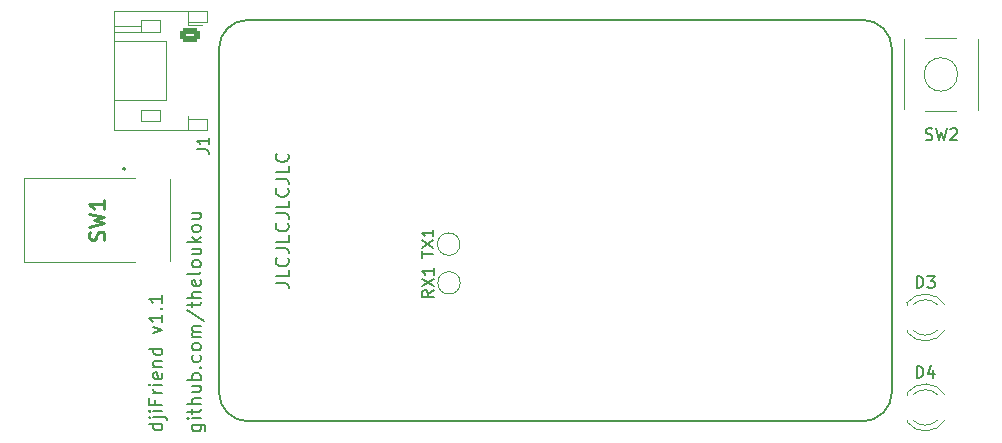
<source format=gto>
G04 #@! TF.GenerationSoftware,KiCad,Pcbnew,(6.0.0)*
G04 #@! TF.CreationDate,2022-10-17T15:31:20+03:00*
G04 #@! TF.ProjectId,djiFriend,646a6946-7269-4656-9e64-2e6b69636164,rev?*
G04 #@! TF.SameCoordinates,Original*
G04 #@! TF.FileFunction,Legend,Top*
G04 #@! TF.FilePolarity,Positive*
%FSLAX46Y46*%
G04 Gerber Fmt 4.6, Leading zero omitted, Abs format (unit mm)*
G04 Created by KiCad (PCBNEW (6.0.0)) date 2022-10-17 15:31:20*
%MOMM*%
%LPD*%
G01*
G04 APERTURE LIST*
G04 Aperture macros list*
%AMRoundRect*
0 Rectangle with rounded corners*
0 $1 Rounding radius*
0 $2 $3 $4 $5 $6 $7 $8 $9 X,Y pos of 4 corners*
0 Add a 4 corners polygon primitive as box body*
4,1,4,$2,$3,$4,$5,$6,$7,$8,$9,$2,$3,0*
0 Add four circle primitives for the rounded corners*
1,1,$1+$1,$2,$3*
1,1,$1+$1,$4,$5*
1,1,$1+$1,$6,$7*
1,1,$1+$1,$8,$9*
0 Add four rect primitives between the rounded corners*
20,1,$1+$1,$2,$3,$4,$5,0*
20,1,$1+$1,$4,$5,$6,$7,0*
20,1,$1+$1,$6,$7,$8,$9,0*
20,1,$1+$1,$8,$9,$2,$3,0*%
G04 Aperture macros list end*
%ADD10C,0.203200*%
%ADD11C,0.150000*%
%ADD12C,0.254000*%
%ADD13C,0.120000*%
%ADD14C,0.100000*%
%ADD15C,0.200000*%
%ADD16C,1.700000*%
%ADD17C,1.540000*%
%ADD18C,1.950000*%
%ADD19C,1.500000*%
%ADD20C,3.200000*%
%ADD21R,1.700000X1.700000*%
%ADD22R,1.800000X1.800000*%
%ADD23C,1.800000*%
%ADD24RoundRect,0.250000X-0.625000X0.350000X-0.625000X-0.350000X0.625000X-0.350000X0.625000X0.350000X0*%
%ADD25O,1.750000X1.200000*%
%ADD26R,1.350000X1.350000*%
%ADD27O,1.350000X1.350000*%
%ADD28O,0.950000X1.250000*%
%ADD29O,1.550000X0.890000*%
G04 APERTURE END LIST*
D10*
X73762871Y-83545771D02*
X74688157Y-83545771D01*
X74797014Y-83600200D01*
X74851442Y-83654628D01*
X74905871Y-83763485D01*
X74905871Y-83926771D01*
X74851442Y-84035628D01*
X74470442Y-83545771D02*
X74524871Y-83654628D01*
X74524871Y-83872342D01*
X74470442Y-83981200D01*
X74416014Y-84035628D01*
X74307157Y-84090057D01*
X73980585Y-84090057D01*
X73871728Y-84035628D01*
X73817300Y-83981200D01*
X73762871Y-83872342D01*
X73762871Y-83654628D01*
X73817300Y-83545771D01*
X74524871Y-83001485D02*
X73762871Y-83001485D01*
X73381871Y-83001485D02*
X73436300Y-83055914D01*
X73490728Y-83001485D01*
X73436300Y-82947057D01*
X73381871Y-83001485D01*
X73490728Y-83001485D01*
X73762871Y-82620485D02*
X73762871Y-82185057D01*
X73381871Y-82457200D02*
X74361585Y-82457200D01*
X74470442Y-82402771D01*
X74524871Y-82293914D01*
X74524871Y-82185057D01*
X74524871Y-81804057D02*
X73381871Y-81804057D01*
X74524871Y-81314200D02*
X73926157Y-81314200D01*
X73817300Y-81368628D01*
X73762871Y-81477485D01*
X73762871Y-81640771D01*
X73817300Y-81749628D01*
X73871728Y-81804057D01*
X73762871Y-80280057D02*
X74524871Y-80280057D01*
X73762871Y-80769914D02*
X74361585Y-80769914D01*
X74470442Y-80715485D01*
X74524871Y-80606628D01*
X74524871Y-80443342D01*
X74470442Y-80334485D01*
X74416014Y-80280057D01*
X74524871Y-79735771D02*
X73381871Y-79735771D01*
X73817300Y-79735771D02*
X73762871Y-79626914D01*
X73762871Y-79409200D01*
X73817300Y-79300342D01*
X73871728Y-79245914D01*
X73980585Y-79191485D01*
X74307157Y-79191485D01*
X74416014Y-79245914D01*
X74470442Y-79300342D01*
X74524871Y-79409200D01*
X74524871Y-79626914D01*
X74470442Y-79735771D01*
X74416014Y-78701628D02*
X74470442Y-78647200D01*
X74524871Y-78701628D01*
X74470442Y-78756057D01*
X74416014Y-78701628D01*
X74524871Y-78701628D01*
X74470442Y-77667485D02*
X74524871Y-77776342D01*
X74524871Y-77994057D01*
X74470442Y-78102914D01*
X74416014Y-78157342D01*
X74307157Y-78211771D01*
X73980585Y-78211771D01*
X73871728Y-78157342D01*
X73817300Y-78102914D01*
X73762871Y-77994057D01*
X73762871Y-77776342D01*
X73817300Y-77667485D01*
X74524871Y-77014342D02*
X74470442Y-77123200D01*
X74416014Y-77177628D01*
X74307157Y-77232057D01*
X73980585Y-77232057D01*
X73871728Y-77177628D01*
X73817300Y-77123200D01*
X73762871Y-77014342D01*
X73762871Y-76851057D01*
X73817300Y-76742200D01*
X73871728Y-76687771D01*
X73980585Y-76633342D01*
X74307157Y-76633342D01*
X74416014Y-76687771D01*
X74470442Y-76742200D01*
X74524871Y-76851057D01*
X74524871Y-77014342D01*
X74524871Y-76143485D02*
X73762871Y-76143485D01*
X73871728Y-76143485D02*
X73817300Y-76089057D01*
X73762871Y-75980200D01*
X73762871Y-75816914D01*
X73817300Y-75708057D01*
X73926157Y-75653628D01*
X74524871Y-75653628D01*
X73926157Y-75653628D02*
X73817300Y-75599200D01*
X73762871Y-75490342D01*
X73762871Y-75327057D01*
X73817300Y-75218200D01*
X73926157Y-75163771D01*
X74524871Y-75163771D01*
X73327442Y-73803057D02*
X74797014Y-74782771D01*
X73762871Y-73585342D02*
X73762871Y-73149914D01*
X73381871Y-73422057D02*
X74361585Y-73422057D01*
X74470442Y-73367628D01*
X74524871Y-73258771D01*
X74524871Y-73149914D01*
X74524871Y-72768914D02*
X73381871Y-72768914D01*
X74524871Y-72279057D02*
X73926157Y-72279057D01*
X73817300Y-72333485D01*
X73762871Y-72442342D01*
X73762871Y-72605628D01*
X73817300Y-72714485D01*
X73871728Y-72768914D01*
X74470442Y-71299342D02*
X74524871Y-71408200D01*
X74524871Y-71625914D01*
X74470442Y-71734771D01*
X74361585Y-71789200D01*
X73926157Y-71789200D01*
X73817300Y-71734771D01*
X73762871Y-71625914D01*
X73762871Y-71408200D01*
X73817300Y-71299342D01*
X73926157Y-71244914D01*
X74035014Y-71244914D01*
X74143871Y-71789200D01*
X74524871Y-70591771D02*
X74470442Y-70700628D01*
X74361585Y-70755057D01*
X73381871Y-70755057D01*
X74524871Y-69993057D02*
X74470442Y-70101914D01*
X74416014Y-70156342D01*
X74307157Y-70210771D01*
X73980585Y-70210771D01*
X73871728Y-70156342D01*
X73817300Y-70101914D01*
X73762871Y-69993057D01*
X73762871Y-69829771D01*
X73817300Y-69720914D01*
X73871728Y-69666485D01*
X73980585Y-69612057D01*
X74307157Y-69612057D01*
X74416014Y-69666485D01*
X74470442Y-69720914D01*
X74524871Y-69829771D01*
X74524871Y-69993057D01*
X73762871Y-68632342D02*
X74524871Y-68632342D01*
X73762871Y-69122200D02*
X74361585Y-69122200D01*
X74470442Y-69067771D01*
X74524871Y-68958914D01*
X74524871Y-68795628D01*
X74470442Y-68686771D01*
X74416014Y-68632342D01*
X74524871Y-68088057D02*
X73381871Y-68088057D01*
X74089442Y-67979200D02*
X74524871Y-67652628D01*
X73762871Y-67652628D02*
X74198300Y-68088057D01*
X74524871Y-66999485D02*
X74470442Y-67108342D01*
X74416014Y-67162771D01*
X74307157Y-67217200D01*
X73980585Y-67217200D01*
X73871728Y-67162771D01*
X73817300Y-67108342D01*
X73762871Y-66999485D01*
X73762871Y-66836200D01*
X73817300Y-66727342D01*
X73871728Y-66672914D01*
X73980585Y-66618485D01*
X74307157Y-66618485D01*
X74416014Y-66672914D01*
X74470442Y-66727342D01*
X74524871Y-66836200D01*
X74524871Y-66999485D01*
X73762871Y-65638771D02*
X74524871Y-65638771D01*
X73762871Y-66128628D02*
X74361585Y-66128628D01*
X74470442Y-66074200D01*
X74524871Y-65965342D01*
X74524871Y-65802057D01*
X74470442Y-65693200D01*
X74416014Y-65638771D01*
X80849471Y-71531571D02*
X81665900Y-71531571D01*
X81829185Y-71586000D01*
X81938042Y-71694857D01*
X81992471Y-71858142D01*
X81992471Y-71967000D01*
X81992471Y-70443000D02*
X81992471Y-70987285D01*
X80849471Y-70987285D01*
X81883614Y-69408857D02*
X81938042Y-69463285D01*
X81992471Y-69626571D01*
X81992471Y-69735428D01*
X81938042Y-69898714D01*
X81829185Y-70007571D01*
X81720328Y-70062000D01*
X81502614Y-70116428D01*
X81339328Y-70116428D01*
X81121614Y-70062000D01*
X81012757Y-70007571D01*
X80903900Y-69898714D01*
X80849471Y-69735428D01*
X80849471Y-69626571D01*
X80903900Y-69463285D01*
X80958328Y-69408857D01*
X80849471Y-68592428D02*
X81665900Y-68592428D01*
X81829185Y-68646857D01*
X81938042Y-68755714D01*
X81992471Y-68919000D01*
X81992471Y-69027857D01*
X81992471Y-67503857D02*
X81992471Y-68048142D01*
X80849471Y-68048142D01*
X81883614Y-66469714D02*
X81938042Y-66524142D01*
X81992471Y-66687428D01*
X81992471Y-66796285D01*
X81938042Y-66959571D01*
X81829185Y-67068428D01*
X81720328Y-67122857D01*
X81502614Y-67177285D01*
X81339328Y-67177285D01*
X81121614Y-67122857D01*
X81012757Y-67068428D01*
X80903900Y-66959571D01*
X80849471Y-66796285D01*
X80849471Y-66687428D01*
X80903900Y-66524142D01*
X80958328Y-66469714D01*
X80849471Y-65653285D02*
X81665900Y-65653285D01*
X81829185Y-65707714D01*
X81938042Y-65816571D01*
X81992471Y-65979857D01*
X81992471Y-66088714D01*
X81992471Y-64564714D02*
X81992471Y-65109000D01*
X80849471Y-65109000D01*
X81883614Y-63530571D02*
X81938042Y-63585000D01*
X81992471Y-63748285D01*
X81992471Y-63857142D01*
X81938042Y-64020428D01*
X81829185Y-64129285D01*
X81720328Y-64183714D01*
X81502614Y-64238142D01*
X81339328Y-64238142D01*
X81121614Y-64183714D01*
X81012757Y-64129285D01*
X80903900Y-64020428D01*
X80849471Y-63857142D01*
X80849471Y-63748285D01*
X80903900Y-63585000D01*
X80958328Y-63530571D01*
X80849471Y-62714142D02*
X81665900Y-62714142D01*
X81829185Y-62768571D01*
X81938042Y-62877428D01*
X81992471Y-63040714D01*
X81992471Y-63149571D01*
X81992471Y-61625571D02*
X81992471Y-62169857D01*
X80849471Y-62169857D01*
X81883614Y-60591428D02*
X81938042Y-60645857D01*
X81992471Y-60809142D01*
X81992471Y-60918000D01*
X81938042Y-61081285D01*
X81829185Y-61190142D01*
X81720328Y-61244571D01*
X81502614Y-61299000D01*
X81339328Y-61299000D01*
X81121614Y-61244571D01*
X81012757Y-61190142D01*
X80903900Y-61081285D01*
X80849471Y-60918000D01*
X80849471Y-60809142D01*
X80903900Y-60645857D01*
X80958328Y-60591428D01*
X71273673Y-83462302D02*
X70130673Y-83462302D01*
X71219244Y-83462302D02*
X71273673Y-83571159D01*
X71273673Y-83788873D01*
X71219244Y-83897730D01*
X71164816Y-83952159D01*
X71055959Y-84006588D01*
X70729387Y-84006588D01*
X70620530Y-83952159D01*
X70566102Y-83897730D01*
X70511673Y-83788873D01*
X70511673Y-83571159D01*
X70566102Y-83462302D01*
X70511673Y-82918016D02*
X71491387Y-82918016D01*
X71600244Y-82972445D01*
X71654673Y-83081302D01*
X71654673Y-83135730D01*
X70130673Y-82918016D02*
X70185102Y-82972445D01*
X70239530Y-82918016D01*
X70185102Y-82863588D01*
X70130673Y-82918016D01*
X70239530Y-82918016D01*
X71273673Y-82373730D02*
X70511673Y-82373730D01*
X70130673Y-82373730D02*
X70185102Y-82428159D01*
X70239530Y-82373730D01*
X70185102Y-82319302D01*
X70130673Y-82373730D01*
X70239530Y-82373730D01*
X70674959Y-81448445D02*
X70674959Y-81829445D01*
X71273673Y-81829445D02*
X70130673Y-81829445D01*
X70130673Y-81285159D01*
X71273673Y-80849730D02*
X70511673Y-80849730D01*
X70729387Y-80849730D02*
X70620530Y-80795302D01*
X70566102Y-80740873D01*
X70511673Y-80632016D01*
X70511673Y-80523159D01*
X71273673Y-80142159D02*
X70511673Y-80142159D01*
X70130673Y-80142159D02*
X70185102Y-80196588D01*
X70239530Y-80142159D01*
X70185102Y-80087730D01*
X70130673Y-80142159D01*
X70239530Y-80142159D01*
X71219244Y-79162445D02*
X71273673Y-79271302D01*
X71273673Y-79489016D01*
X71219244Y-79597873D01*
X71110387Y-79652302D01*
X70674959Y-79652302D01*
X70566102Y-79597873D01*
X70511673Y-79489016D01*
X70511673Y-79271302D01*
X70566102Y-79162445D01*
X70674959Y-79108016D01*
X70783816Y-79108016D01*
X70892673Y-79652302D01*
X70511673Y-78618159D02*
X71273673Y-78618159D01*
X70620530Y-78618159D02*
X70566102Y-78563730D01*
X70511673Y-78454873D01*
X70511673Y-78291588D01*
X70566102Y-78182730D01*
X70674959Y-78128302D01*
X71273673Y-78128302D01*
X71273673Y-77094159D02*
X70130673Y-77094159D01*
X71219244Y-77094159D02*
X71273673Y-77203016D01*
X71273673Y-77420730D01*
X71219244Y-77529588D01*
X71164816Y-77584016D01*
X71055959Y-77638445D01*
X70729387Y-77638445D01*
X70620530Y-77584016D01*
X70566102Y-77529588D01*
X70511673Y-77420730D01*
X70511673Y-77203016D01*
X70566102Y-77094159D01*
X70511673Y-75787873D02*
X71273673Y-75515730D01*
X70511673Y-75243588D01*
X71273673Y-74209445D02*
X71273673Y-74862588D01*
X71273673Y-74536016D02*
X70130673Y-74536016D01*
X70293959Y-74644873D01*
X70402816Y-74753730D01*
X70457244Y-74862588D01*
X71164816Y-73719588D02*
X71219244Y-73665159D01*
X71273673Y-73719588D01*
X71219244Y-73774016D01*
X71164816Y-73719588D01*
X71273673Y-73719588D01*
X71273673Y-72576588D02*
X71273673Y-73229730D01*
X71273673Y-72903159D02*
X70130673Y-72903159D01*
X70293959Y-73012016D01*
X70402816Y-73120873D01*
X70457244Y-73229730D01*
D11*
X135895066Y-59392361D02*
X136037923Y-59439980D01*
X136276019Y-59439980D01*
X136371257Y-59392361D01*
X136418876Y-59344742D01*
X136466495Y-59249504D01*
X136466495Y-59154266D01*
X136418876Y-59059028D01*
X136371257Y-59011409D01*
X136276019Y-58963790D01*
X136085542Y-58916171D01*
X135990304Y-58868552D01*
X135942685Y-58820933D01*
X135895066Y-58725695D01*
X135895066Y-58630457D01*
X135942685Y-58535219D01*
X135990304Y-58487600D01*
X136085542Y-58439980D01*
X136323638Y-58439980D01*
X136466495Y-58487600D01*
X136799828Y-58439980D02*
X137037923Y-59439980D01*
X137228400Y-58725695D01*
X137418876Y-59439980D01*
X137656971Y-58439980D01*
X137990304Y-58535219D02*
X138037923Y-58487600D01*
X138133161Y-58439980D01*
X138371257Y-58439980D01*
X138466495Y-58487600D01*
X138514114Y-58535219D01*
X138561733Y-58630457D01*
X138561733Y-58725695D01*
X138514114Y-58868552D01*
X137942685Y-59439980D01*
X138561733Y-59439980D01*
D12*
X66281247Y-67909333D02*
X66341723Y-67727904D01*
X66341723Y-67425523D01*
X66281247Y-67304571D01*
X66220771Y-67244095D01*
X66099819Y-67183619D01*
X65978866Y-67183619D01*
X65857914Y-67244095D01*
X65797438Y-67304571D01*
X65736961Y-67425523D01*
X65676485Y-67667428D01*
X65616009Y-67788380D01*
X65555533Y-67848857D01*
X65434580Y-67909333D01*
X65313628Y-67909333D01*
X65192676Y-67848857D01*
X65132200Y-67788380D01*
X65071723Y-67667428D01*
X65071723Y-67365047D01*
X65132200Y-67183619D01*
X65071723Y-66760285D02*
X66341723Y-66457904D01*
X65434580Y-66216000D01*
X66341723Y-65974095D01*
X65071723Y-65671714D01*
X66341723Y-64522666D02*
X66341723Y-65248380D01*
X66341723Y-64885523D02*
X65071723Y-64885523D01*
X65253152Y-65006476D01*
X65374104Y-65127428D01*
X65434580Y-65248380D01*
D11*
X93203780Y-69411695D02*
X93203780Y-68840266D01*
X94203780Y-69125980D02*
X93203780Y-69125980D01*
X93203780Y-68602171D02*
X94203780Y-67935504D01*
X93203780Y-67935504D02*
X94203780Y-68602171D01*
X94203780Y-67030742D02*
X94203780Y-67602171D01*
X94203780Y-67316457D02*
X93203780Y-67316457D01*
X93346638Y-67411695D01*
X93441876Y-67506933D01*
X93489495Y-67602171D01*
X94229180Y-72169257D02*
X93752990Y-72502590D01*
X94229180Y-72740685D02*
X93229180Y-72740685D01*
X93229180Y-72359733D01*
X93276800Y-72264495D01*
X93324419Y-72216876D01*
X93419657Y-72169257D01*
X93562514Y-72169257D01*
X93657752Y-72216876D01*
X93705371Y-72264495D01*
X93752990Y-72359733D01*
X93752990Y-72740685D01*
X93229180Y-71835923D02*
X94229180Y-71169257D01*
X93229180Y-71169257D02*
X94229180Y-71835923D01*
X94229180Y-70264495D02*
X94229180Y-70835923D01*
X94229180Y-70550209D02*
X93229180Y-70550209D01*
X93372038Y-70645447D01*
X93467276Y-70740685D01*
X93514895Y-70835923D01*
X135113704Y-71948580D02*
X135113704Y-70948580D01*
X135351800Y-70948580D01*
X135494657Y-70996200D01*
X135589895Y-71091438D01*
X135637514Y-71186676D01*
X135685133Y-71377152D01*
X135685133Y-71520009D01*
X135637514Y-71710485D01*
X135589895Y-71805723D01*
X135494657Y-71900961D01*
X135351800Y-71948580D01*
X135113704Y-71948580D01*
X136018466Y-70948580D02*
X136637514Y-70948580D01*
X136304180Y-71329533D01*
X136447038Y-71329533D01*
X136542276Y-71377152D01*
X136589895Y-71424771D01*
X136637514Y-71520009D01*
X136637514Y-71758104D01*
X136589895Y-71853342D01*
X136542276Y-71900961D01*
X136447038Y-71948580D01*
X136161323Y-71948580D01*
X136066085Y-71900961D01*
X136018466Y-71853342D01*
X135118704Y-79568580D02*
X135118704Y-78568580D01*
X135356800Y-78568580D01*
X135499657Y-78616200D01*
X135594895Y-78711438D01*
X135642514Y-78806676D01*
X135690133Y-78997152D01*
X135690133Y-79140009D01*
X135642514Y-79330485D01*
X135594895Y-79425723D01*
X135499657Y-79520961D01*
X135356800Y-79568580D01*
X135118704Y-79568580D01*
X136547276Y-78901914D02*
X136547276Y-79568580D01*
X136309180Y-78520961D02*
X136071085Y-79235247D01*
X136690133Y-79235247D01*
X74171380Y-60235333D02*
X74885666Y-60235333D01*
X75028523Y-60282952D01*
X75123761Y-60378190D01*
X75171380Y-60521047D01*
X75171380Y-60616285D01*
X75171380Y-59235333D02*
X75171380Y-59806761D01*
X75171380Y-59521047D02*
X74171380Y-59521047D01*
X74314238Y-59616285D01*
X74409476Y-59711523D01*
X74457095Y-59806761D01*
D13*
X138517600Y-57002200D02*
X135837600Y-57002200D01*
X134057600Y-56852200D02*
X134057600Y-50912200D01*
X135837600Y-50762200D02*
X138517600Y-50762200D01*
X140297600Y-56852200D02*
X140297600Y-50912200D01*
X138591814Y-53882200D02*
G75*
G03*
X138591814Y-53882200I-1414214J0D01*
G01*
D14*
X59587200Y-69771000D02*
X59587200Y-62661000D01*
D15*
X68137200Y-61866000D02*
X68137200Y-61866000D01*
D14*
X59587200Y-62661000D02*
X68937200Y-62661000D01*
X68937200Y-69771000D02*
X59587200Y-69771000D01*
D15*
X67937200Y-61866000D02*
X67937200Y-61866000D01*
D14*
X71947200Y-62711000D02*
X71947200Y-69716000D01*
D15*
X68137200Y-61866000D02*
G75*
G03*
X67937200Y-61866000I-100000J0D01*
G01*
X67937200Y-61866000D02*
G75*
G03*
X68137200Y-61866000I100000J0D01*
G01*
D13*
X96454000Y-68249800D02*
G75*
G03*
X96454000Y-68249800I-950000J0D01*
G01*
X96479400Y-71526400D02*
G75*
G03*
X96479400Y-71526400I-950000J0D01*
G01*
D15*
X76038800Y-80751800D02*
X76038800Y-51751800D01*
X78538800Y-49251800D02*
X130538800Y-49251800D01*
X133038800Y-80751800D02*
X133038800Y-51751800D01*
X78538800Y-83251800D02*
X130538800Y-83251800D01*
X78538800Y-49251800D02*
G75*
G03*
X76038800Y-51751800I0J-2500000D01*
G01*
X133038800Y-51751800D02*
G75*
G03*
X130538800Y-49251800I-2500000J0D01*
G01*
X76038800Y-80751800D02*
G75*
G03*
X78538800Y-83251800I2500000J0D01*
G01*
X130538800Y-83251800D02*
G75*
G03*
X133038800Y-80751800I0J2500000D01*
G01*
D13*
X134291800Y-75536200D02*
X134291800Y-75692200D01*
X134291800Y-73220200D02*
X134291800Y-73376200D01*
X134810839Y-75536200D02*
G75*
G03*
X136892930Y-75536037I1040961J1080000D01*
G01*
X134291800Y-75691716D02*
G75*
G03*
X137524135Y-75534808I1560000J1235517D01*
G01*
X136892930Y-73376363D02*
G75*
G03*
X134810839Y-73376200I-1041130J-1079837D01*
G01*
X137524135Y-73377592D02*
G75*
G03*
X134291800Y-73220684I-1672335J-1078609D01*
G01*
X134296800Y-83156200D02*
X134296800Y-83312200D01*
X134296800Y-80840200D02*
X134296800Y-80996200D01*
X134296800Y-83311716D02*
G75*
G03*
X137529135Y-83154808I1560000J1235517D01*
G01*
X136897930Y-80996363D02*
G75*
G03*
X134815839Y-80996200I-1041130J-1079837D01*
G01*
X137529135Y-80997592D02*
G75*
G03*
X134296800Y-80840684I-1672335J-1078609D01*
G01*
X134815839Y-83156200D02*
G75*
G03*
X136897930Y-83156037I1040961J1080000D01*
G01*
X73422200Y-58612000D02*
X73422200Y-57692000D01*
X73422200Y-48492000D02*
X73422200Y-49412000D01*
X67202200Y-51052000D02*
X71562200Y-51052000D01*
X75022200Y-49412000D02*
X75022200Y-48492000D01*
X71062200Y-57852000D02*
X69462200Y-57852000D01*
X73422200Y-49692000D02*
X74637200Y-49692000D01*
X73422200Y-49692000D02*
X73422200Y-49412000D01*
X75022200Y-58612000D02*
X75022200Y-57692000D01*
X75022200Y-57692000D02*
X73422200Y-57692000D01*
X69462200Y-49252000D02*
X69462200Y-50252000D01*
X69462200Y-56852000D02*
X71062200Y-56852000D01*
X73422200Y-49412000D02*
X75022200Y-49412000D01*
X73422200Y-57692000D02*
X73422200Y-57412000D01*
X71062200Y-56852000D02*
X71062200Y-57852000D01*
X69462200Y-57852000D02*
X69462200Y-56852000D01*
X69462200Y-49752000D02*
X67202200Y-49752000D01*
X71062200Y-50252000D02*
X71062200Y-49252000D01*
X67202200Y-58612000D02*
X75022200Y-58612000D01*
X67202200Y-48492000D02*
X67202200Y-58612000D01*
X71562200Y-51052000D02*
X71562200Y-56052000D01*
X69462200Y-50252000D02*
X71062200Y-50252000D01*
X69462200Y-50252000D02*
X67202200Y-50252000D01*
X71562200Y-56052000D02*
X67202200Y-56052000D01*
X71062200Y-49252000D02*
X69462200Y-49252000D01*
X75022200Y-48492000D02*
X67202200Y-48492000D01*
%LPC*%
D16*
X134927600Y-57132200D03*
X134927600Y-50632200D03*
X139427600Y-57132200D03*
X139427600Y-50632200D03*
D17*
X67937200Y-63966000D03*
X67937200Y-68466000D03*
D18*
X70427200Y-69721000D03*
X70427200Y-62711000D03*
D19*
X95529400Y-68249800D03*
X95529400Y-71526400D03*
D20*
X78630800Y-51773800D03*
X130538800Y-51751800D03*
X78538800Y-80751800D03*
X130538800Y-80751800D03*
D21*
X79038800Y-57361800D03*
D16*
X79038800Y-59901800D03*
X79038800Y-62441800D03*
X79038800Y-64981800D03*
X79038800Y-67521800D03*
X79038800Y-70061800D03*
X79038800Y-72601800D03*
X79038800Y-75141800D03*
D22*
X134581800Y-74456200D03*
D23*
X137121800Y-74456200D03*
D22*
X134586800Y-82076200D03*
D23*
X137126800Y-82076200D03*
D24*
X73562200Y-50552000D03*
D25*
X73562200Y-52552000D03*
X73562200Y-54552000D03*
X73562200Y-56552000D03*
D26*
X83412400Y-51062800D03*
D27*
X83412400Y-53062800D03*
X85412400Y-51062800D03*
X85412400Y-53062800D03*
X87412400Y-51062800D03*
X87412400Y-53062800D03*
D28*
X137138800Y-63752000D03*
D29*
X139838800Y-62752000D03*
D28*
X137138800Y-68752000D03*
D29*
X139838800Y-69752000D03*
G36*
X127069121Y-61894402D02*
G01*
X127115614Y-61948058D01*
X127127000Y-62000400D01*
X127127000Y-66041000D01*
X127106998Y-66109121D01*
X127053342Y-66155614D01*
X127001000Y-66167000D01*
X119861600Y-66167000D01*
X119793479Y-66146998D01*
X119746986Y-66093342D01*
X119735600Y-66041000D01*
X119735600Y-62000400D01*
X119755602Y-61932279D01*
X119809258Y-61885786D01*
X119861600Y-61874400D01*
X127001000Y-61874400D01*
X127069121Y-61894402D01*
G37*
G36*
X106622121Y-56712802D02*
G01*
X106668614Y-56766458D01*
X106680000Y-56818800D01*
X106680000Y-59868800D01*
X106659998Y-59936921D01*
X106606342Y-59983414D01*
X106554000Y-59994800D01*
X99643200Y-59994800D01*
X99575079Y-59974798D01*
X99528586Y-59921142D01*
X99517200Y-59868800D01*
X99517200Y-56818800D01*
X99537202Y-56750679D01*
X99590858Y-56704186D01*
X99643200Y-56692800D01*
X106554000Y-56692800D01*
X106622121Y-56712802D01*
G37*
G36*
X116324921Y-76118402D02*
G01*
X116371414Y-76172058D01*
X116382800Y-76224400D01*
X116382800Y-82957400D01*
X116362798Y-83025521D01*
X116309142Y-83072014D01*
X116256800Y-83083400D01*
X110768400Y-83083400D01*
X110700279Y-83063398D01*
X110653786Y-83009742D01*
X110642400Y-82957400D01*
X110642400Y-76224400D01*
X110662402Y-76156279D01*
X110716058Y-76109786D01*
X110768400Y-76098400D01*
X116256800Y-76098400D01*
X116324921Y-76118402D01*
G37*
M02*

</source>
